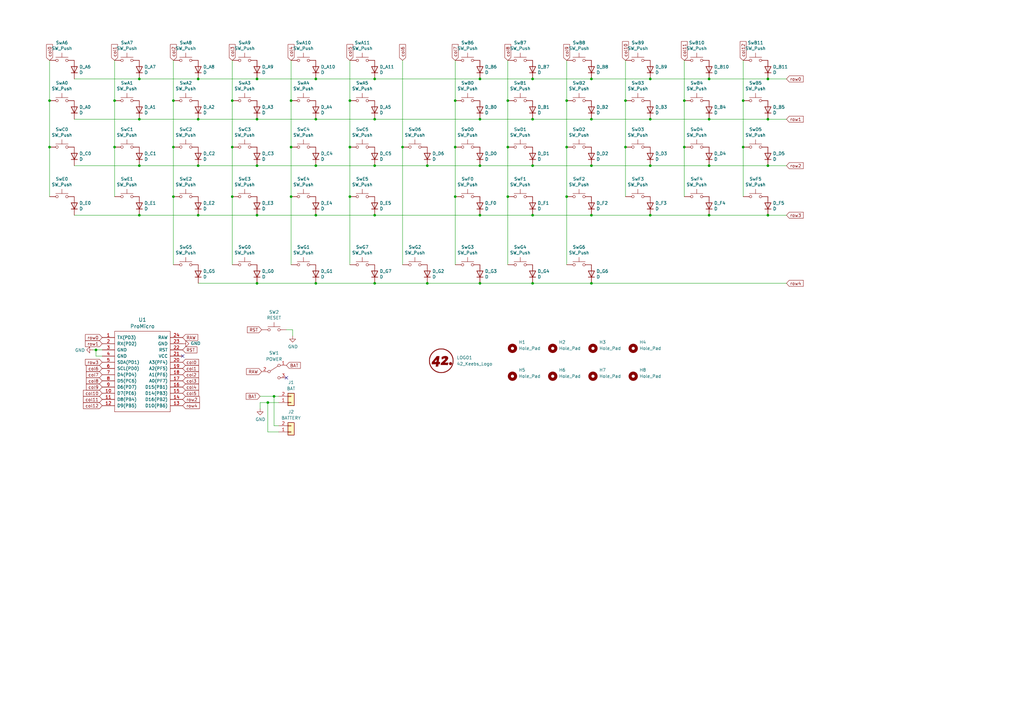
<source format=kicad_sch>
(kicad_sch (version 20211123) (generator eeschema)
  (paper "A3")
  (title_block (title "rev41lp") (date "2021-04-01") (rev "0.2") (company "B_sides"))
  (lib_symbols
    (symbol "42keebs:42_Keebs_Logo" (pin_names (offset 1.016))
      (property "Reference" "LOGO?" (at 0 6.604 0))
      (property "Value" "42_Keebs_Logo" (at 0 -6.858 0))
    )
    (symbol "Connector_Generic:Conn_01x02" (pin_names (offset 1.016) hide)
      (property "Reference" "J" (at 0 2.54 0))
      (property "Value" "Conn_01x02" (at 0 -5.08 0))
      (symbol "Conn_01x02_1_1"
        (pin passive line (at -5.08 0 0) (length 3.81) (name "Pin_1") (number "1"))
        (pin passive line (at -5.08 -2.54 0) (length 3.81) (name "Pin_2") (number "2"))
      )
    )
    (symbol "Device:D" (pin_numbers hide) (pin_names (offset 1.016) hide)
      (property "Reference" "D" (at 0 2.54 0))
      (property "Value" "D" (at 0 -2.54 0))
      (symbol "D_1_1"
        (pin passive line (at -3.81 0 0) (length 2.54) (name "K") (number "1"))
        (pin passive line (at 3.81 0 180) (length 2.54) (name "A") (number "2"))
      )
    )
    (symbol "Lily58_Pro-rescue:ProMicro_2-Lily58-cache" (pin_names (offset 1.016))
      (property "Reference" "U" (at 0 17.78 0))
      (property "Value" "ProMicro_2-Lily58-cache" (at 0 -17.78 0))
      (symbol "ProMicro_2-Lily58-cache_1_1"
        (pin input line (at -16.51 13.97 0) (length 5.08) (name "TX(PD3)") (number "1"))
        (pin input line (at -16.51 -8.89 0) (length 5.08) (name "D7(PE6)") (number "10"))
        (pin input line (at -16.51 -11.43 0) (length 5.08) (name "D8(PB4)") (number "11"))
        (pin input line (at -16.51 -13.97 0) (length 5.08) (name "D9(PB5)") (number "12"))
        (pin input line (at 16.51 -13.97 180) (length 5.08) (name "D10(PB6)") (number "13"))
        (pin input line (at 16.51 -11.43 180) (length 5.08) (name "D16(PB2)") (number "14"))
        (pin input line (at 16.51 -8.89 180) (length 5.08) (name "D14(PB3)") (number "15"))
        (pin input line (at 16.51 -6.35 180) (length 5.08) (name "D15(PB1)") (number "16"))
        (pin input line (at 16.51 -3.81 180) (length 5.08) (name "A0(PF7)") (number "17"))
        (pin input line (at 16.51 -1.27 180) (length 5.08) (name "A1(PF6)") (number "18"))
        (pin input line (at 16.51 1.27 180) (length 5.08) (name "A2(PF5)") (number "19"))
        (pin input line (at -16.51 11.43 0) (length 5.08) (name "RX(PD2)") (number "2"))
        (pin input line (at 16.51 3.81 180) (length 5.08) (name "A3(PF4)") (number "20"))
        (pin input line (at 16.51 6.35 180) (length 5.08) (name "VCC") (number "21"))
        (pin input line (at 16.51 8.89 180) (length 5.08) (name "RST") (number "22"))
        (pin input line (at 16.51 11.43 180) (length 5.08) (name "GND") (number "23"))
        (pin input line (at 16.51 13.97 180) (length 5.08) (name "RAW") (number "24"))
        (pin input line (at -16.51 8.89 0) (length 5.08) (name "GND") (number "3"))
        (pin input line (at -16.51 6.35 0) (length 5.08) (name "GND") (number "4"))
        (pin input line (at -16.51 3.81 0) (length 5.08) (name "SDA(PD1)") (number "5"))
        (pin input line (at -16.51 1.27 0) (length 5.08) (name "SCL(PD0)") (number "6"))
        (pin input line (at -16.51 -1.27 0) (length 5.08) (name "D4(PD4)") (number "7"))
        (pin input line (at -16.51 -3.81 0) (length 5.08) (name "D5(PC6)") (number "8"))
        (pin input line (at -16.51 -6.35 0) (length 5.08) (name "D6(PD7)") (number "9"))
      )
    )
    (symbol "Mechanical:MountingHole" (pin_names (offset 1.016))
      (property "Reference" "H" (at 0 5.08 0))
      (property "Value" "MountingHole" (at 0 3.175 0))
    )
    (symbol "Switch:SW_Push" (pin_numbers hide) (pin_names (offset 1.016) hide)
      (property "Reference" "SW" (at 1.27 2.54 0))
      (property "Value" "SW_Push" (at 0 -1.524 0))
      (symbol "SW_Push_0_1"
        (pin passive line (at -5.08 0 0) (length 2.54) (name "1") (number "1"))
        (pin passive line (at 5.08 0 180) (length 2.54) (name "2") (number "2"))
      )
    )
    (symbol "Switch:SW_SPDT" (pin_names (offset 0) hide)
      (property "Reference" "SW" (at 0 4.318 0))
      (property "Value" "SW_SPDT" (at 0 -5.08 0))
      (symbol "SW_SPDT_1_1"
        (pin passive line (at 5.08 2.54 180) (length 2.54) (name "A") (number "1"))
        (pin passive line (at -5.08 0 0) (length 2.54) (name "B") (number "2"))
        (pin passive line (at 5.08 -2.54 180) (length 2.54) (name "C") (number "3"))
      )
    )
    (symbol "power:GND" (power) (pin_names (offset 0))
      (property "Value" "GND" (at 0 -3.81 0))
      (symbol "GND_1_1"
        (pin power_in line (at 0 0 270) (length 0) hide (name "GND") (number "1"))
      )
    )
  )
  (junction (at 242.57 116.205))
  (junction (at 153.67 48.895))
  (junction (at 119.38 60.325))
  (junction (at 71.12 41.275))
  (junction (at 46.99 41.275))
  (junction (at 81.28 88.265))
  (junction (at 119.38 80.645))
  (junction (at 304.8 60.325))
  (junction (at 314.96 48.895))
  (junction (at 105.41 116.205))
  (junction (at 304.8 41.275))
  (junction (at 105.41 67.945))
  (junction (at 290.83 67.945))
  (junction (at 95.25 80.645))
  (junction (at 186.69 60.325))
  (junction (at 196.85 48.895))
  (junction (at 129.54 32.385))
  (junction (at 218.44 116.205))
  (junction (at 81.28 32.385))
  (junction (at 280.67 41.275))
  (junction (at 242.57 88.265))
  (junction (at 266.7 88.265))
  (junction (at 256.54 41.275))
  (junction (at 266.7 32.385))
  (junction (at 290.83 48.895))
  (junction (at 314.96 32.385))
  (junction (at 129.54 67.945))
  (junction (at 208.28 80.645))
  (junction (at 165.1 60.325))
  (junction (at 129.54 48.895))
  (junction (at 232.41 80.645))
  (junction (at 129.54 116.205))
  (junction (at 196.85 88.265))
  (junction (at 57.15 88.265))
  (junction (at 57.15 48.895))
  (junction (at 105.41 48.895))
  (junction (at 105.41 88.265))
  (junction (at 71.12 80.645))
  (junction (at 153.67 32.385))
  (junction (at 186.69 41.275))
  (junction (at 314.96 88.265))
  (junction (at 143.51 41.275))
  (junction (at 175.26 67.945))
  (junction (at 153.67 116.205))
  (junction (at 208.28 41.275))
  (junction (at 39.37 143.51))
  (junction (at 232.41 41.275))
  (junction (at 256.54 60.325))
  (junction (at 242.57 67.945))
  (junction (at 218.44 32.385))
  (junction (at 208.28 60.325))
  (junction (at 20.32 41.275))
  (junction (at 20.32 60.325))
  (junction (at 196.85 67.945))
  (junction (at 81.28 67.945))
  (junction (at 175.26 116.205))
  (junction (at 186.69 80.645))
  (junction (at 112.395 162.56))
  (junction (at 81.28 48.895))
  (junction (at 196.85 116.205))
  (junction (at 153.67 88.265))
  (junction (at 46.99 60.325))
  (junction (at 57.15 32.385))
  (junction (at 57.15 67.945))
  (junction (at 218.44 88.265))
  (junction (at 153.67 67.945))
  (junction (at 143.51 60.325))
  (junction (at 129.54 88.265))
  (junction (at 232.41 60.325))
  (junction (at 266.7 48.895))
  (junction (at 218.44 48.895))
  (junction (at 266.7 67.945))
  (junction (at 290.83 32.385))
  (junction (at 109.855 165.1))
  (junction (at 290.83 88.265))
  (junction (at 95.25 60.325))
  (junction (at 196.85 32.385))
  (junction (at 143.51 80.645))
  (junction (at 242.57 48.895))
  (junction (at 218.44 67.945))
  (junction (at 242.57 32.385))
  (junction (at 105.41 32.385))
  (junction (at 119.38 41.275))
  (junction (at 95.25 41.275))
  (junction (at 280.67 60.325))
  (junction (at 314.96 67.945))
  (junction (at 71.12 60.325))
  (no_connect (at 74.93 146.05))
  (no_connect (at 117.475 154.94))
  (wire (pts (xy 290.83 48.895) (xy 314.96 48.895)))
  (wire (pts (xy 175.26 67.945) (xy 196.85 67.945)))
  (wire (pts (xy 290.83 88.265) (xy 314.96 88.265)))
  (wire (pts (xy 208.28 60.325) (xy 208.28 80.645)))
  (wire (pts (xy 105.41 48.895) (xy 129.54 48.895)))
  (wire (pts (xy 165.1 60.325) (xy 165.1 108.585)))
  (wire (pts (xy 208.28 24.765) (xy 208.28 41.275)))
  (wire (pts (xy 71.12 60.325) (xy 71.12 80.645)))
  (wire (pts (xy 105.41 88.265) (xy 129.54 88.265)))
  (wire (pts (xy 186.69 60.325) (xy 186.69 80.645)))
  (wire (pts (xy 153.67 116.205) (xy 175.26 116.205)))
  (wire (pts (xy 290.83 67.945) (xy 314.96 67.945)))
  (wire (pts (xy 153.67 48.895) (xy 196.85 48.895)))
  (wire (pts (xy 196.85 67.945) (xy 218.44 67.945)))
  (wire (pts (xy 95.25 24.765) (xy 95.25 41.275)))
  (wire (pts (xy 46.99 60.325) (xy 46.99 80.645)))
  (wire (pts (xy 242.57 116.205) (xy 322.58 116.205)))
  (wire (pts (xy 143.51 41.275) (xy 143.51 60.325)))
  (wire (pts (xy 119.38 60.325) (xy 119.38 80.645)))
  (wire (pts (xy 129.54 116.205) (xy 153.67 116.205)))
  (wire (pts (xy 71.12 80.645) (xy 71.12 108.585)))
  (wire (pts (xy 30.48 88.265) (xy 57.15 88.265)))
  (wire (pts (xy 119.38 80.645) (xy 119.38 108.585)))
  (wire (pts (xy 304.8 24.765) (xy 304.8 41.275)))
  (wire (pts (xy 30.48 32.385) (xy 57.15 32.385)))
  (wire (pts (xy 242.57 48.895) (xy 266.7 48.895)))
  (wire (pts (xy 143.51 60.325) (xy 143.51 80.645)))
  (wire (pts (xy 153.67 67.945) (xy 175.26 67.945)))
  (wire (pts (xy 218.44 116.205) (xy 242.57 116.205)))
  (wire (pts (xy 280.67 41.275) (xy 280.67 60.325)))
  (wire (pts (xy 232.41 24.765) (xy 232.41 41.275)))
  (wire (pts (xy 129.54 48.895) (xy 153.67 48.895)))
  (wire (pts (xy 20.32 24.765) (xy 20.32 41.275)))
  (wire (pts (xy 304.8 41.275) (xy 304.8 60.325)))
  (wire (pts (xy 218.44 88.265) (xy 242.57 88.265)))
  (wire (pts (xy 109.855 165.1) (xy 109.855 177.165)))
  (wire (pts (xy 120.015 135.255) (xy 120.015 137.795)))
  (wire (pts (xy 280.67 60.325) (xy 280.67 80.645)))
  (wire (pts (xy 95.25 80.645) (xy 95.25 108.585)))
  (wire (pts (xy 81.28 88.265) (xy 105.41 88.265)))
  (wire (pts (xy 39.37 146.05) (xy 39.37 143.51)))
  (wire (pts (xy 20.32 60.325) (xy 20.32 80.645)))
  (wire (pts (xy 81.28 67.945) (xy 105.41 67.945)))
  (wire (pts (xy 143.51 24.765) (xy 143.51 41.275)))
  (wire (pts (xy 41.91 146.05) (xy 39.37 146.05)))
  (wire (pts (xy 81.28 116.205) (xy 105.41 116.205)))
  (wire (pts (xy 105.41 32.385) (xy 129.54 32.385)))
  (wire (pts (xy 242.57 88.265) (xy 266.7 88.265)))
  (wire (pts (xy 114.3 177.165) (xy 109.855 177.165)))
  (wire (pts (xy 105.41 116.205) (xy 129.54 116.205)))
  (wire (pts (xy 196.85 32.385) (xy 218.44 32.385)))
  (wire (pts (xy 30.48 67.945) (xy 57.15 67.945)))
  (wire (pts (xy 57.15 67.945) (xy 81.28 67.945)))
  (wire (pts (xy 232.41 41.275) (xy 232.41 60.325)))
  (wire (pts (xy 117.475 135.255) (xy 120.015 135.255)))
  (wire (pts (xy 314.96 48.895) (xy 322.58 48.895)))
  (wire (pts (xy 266.7 32.385) (xy 290.83 32.385)))
  (wire (pts (xy 46.99 24.765) (xy 46.99 41.275)))
  (wire (pts (xy 256.54 60.325) (xy 256.54 80.645)))
  (wire (pts (xy 112.395 162.56) (xy 112.395 174.625)))
  (wire (pts (xy 304.8 60.325) (xy 304.8 80.645)))
  (wire (pts (xy 119.38 41.275) (xy 119.38 60.325)))
  (wire (pts (xy 266.7 67.945) (xy 290.83 67.945)))
  (wire (pts (xy 266.7 88.265) (xy 290.83 88.265)))
  (wire (pts (xy 20.32 41.275) (xy 20.32 60.325)))
  (wire (pts (xy 242.57 67.945) (xy 266.7 67.945)))
  (wire (pts (xy 218.44 32.385) (xy 242.57 32.385)))
  (wire (pts (xy 39.37 143.51) (xy 38.1 143.51)))
  (wire (pts (xy 95.25 41.275) (xy 95.25 60.325)))
  (wire (pts (xy 30.48 48.895) (xy 57.15 48.895)))
  (wire (pts (xy 106.68 167.64) (xy 106.68 165.1)))
  (wire (pts (xy 232.41 80.645) (xy 232.41 108.585)))
  (wire (pts (xy 165.1 24.765) (xy 165.1 60.325)))
  (wire (pts (xy 186.69 41.275) (xy 186.69 60.325)))
  (wire (pts (xy 196.85 88.265) (xy 218.44 88.265)))
  (wire (pts (xy 175.26 116.205) (xy 196.85 116.205)))
  (wire (pts (xy 57.15 88.265) (xy 81.28 88.265)))
  (wire (pts (xy 186.69 24.765) (xy 186.69 41.275)))
  (wire (pts (xy 71.12 24.765) (xy 71.12 41.275)))
  (wire (pts (xy 208.28 80.645) (xy 208.28 108.585)))
  (wire (pts (xy 129.54 67.945) (xy 153.67 67.945)))
  (wire (pts (xy 81.28 32.385) (xy 105.41 32.385)))
  (wire (pts (xy 114.3 174.625) (xy 112.395 174.625)))
  (wire (pts (xy 106.68 165.1) (xy 109.855 165.1)))
  (wire (pts (xy 196.85 116.205) (xy 218.44 116.205)))
  (wire (pts (xy 266.7 48.895) (xy 290.83 48.895)))
  (wire (pts (xy 106.68 162.56) (xy 112.395 162.56)))
  (wire (pts (xy 208.28 41.275) (xy 208.28 60.325)))
  (wire (pts (xy 314.96 32.385) (xy 322.58 32.385)))
  (wire (pts (xy 95.25 60.325) (xy 95.25 80.645)))
  (wire (pts (xy 196.85 48.895) (xy 218.44 48.895)))
  (wire (pts (xy 109.855 165.1) (xy 114.3 165.1)))
  (wire (pts (xy 119.38 24.765) (xy 119.38 41.275)))
  (wire (pts (xy 186.69 80.645) (xy 186.69 108.585)))
  (wire (pts (xy 129.54 88.265) (xy 153.67 88.265)))
  (wire (pts (xy 81.28 48.895) (xy 105.41 48.895)))
  (wire (pts (xy 71.12 41.275) (xy 71.12 60.325)))
  (wire (pts (xy 129.54 32.385) (xy 153.67 32.385)))
  (wire (pts (xy 143.51 80.645) (xy 143.51 108.585)))
  (wire (pts (xy 242.57 32.385) (xy 266.7 32.385)))
  (wire (pts (xy 57.15 32.385) (xy 81.28 32.385)))
  (wire (pts (xy 218.44 67.945) (xy 242.57 67.945)))
  (wire (pts (xy 153.67 32.385) (xy 196.85 32.385)))
  (wire (pts (xy 256.54 24.765) (xy 256.54 41.275)))
  (wire (pts (xy 280.67 24.765) (xy 280.67 41.275)))
  (wire (pts (xy 314.96 67.945) (xy 322.58 67.945)))
  (wire (pts (xy 57.15 48.895) (xy 81.28 48.895)))
  (wire (pts (xy 41.91 143.51) (xy 39.37 143.51)))
  (wire (pts (xy 232.41 60.325) (xy 232.41 80.645)))
  (wire (pts (xy 218.44 48.895) (xy 242.57 48.895)))
  (wire (pts (xy 290.83 32.385) (xy 314.96 32.385)))
  (wire (pts (xy 153.67 88.265) (xy 196.85 88.265)))
  (wire (pts (xy 112.395 162.56) (xy 114.3 162.56)))
  (wire (pts (xy 256.54 41.275) (xy 256.54 60.325)))
  (wire (pts (xy 46.99 41.275) (xy 46.99 60.325)))
  (wire (pts (xy 105.41 67.945) (xy 129.54 67.945)))
  (wire (pts (xy 314.96 88.265) (xy 322.58 88.265)))
  (global_label "col0" (shape input) (at 74.93 148.59 0) (property "Intersheet References" "${INTERSHEET_REFS}" (effects hide)))
  (global_label "col2" (shape input) (at 74.93 153.67 0) (property "Intersheet References" "${INTERSHEET_REFS}" (effects hide)))
  (global_label "row1" (shape input) (at 322.5799 48.895 0) (property "Intersheet References" "${INTERSHEET_REFS}" (effects hide)))
  (global_label "col8" (shape input) (at 41.91 156.21 180) (property "Intersheet References" "${INTERSHEET_REFS}" (effects hide)))
  (global_label "col4" (shape input) (at 74.93 158.75 0) (property "Intersheet References" "${INTERSHEET_REFS}" (effects hide)))
  (global_label "col10" (shape input) (at 256.54 24.765 90) (property "Intersheet References" "${INTERSHEET_REFS}" (effects hide)))
  (global_label "col3" (shape input) (at 74.93 156.21 0) (property "Intersheet References" "${INTERSHEET_REFS}" (effects hide)))
  (global_label "col8" (shape input) (at 208.28 24.765 90) (property "Intersheet References" "${INTERSHEET_REFS}" (effects hide)))
  (global_label "row0" (shape input) (at 41.91 138.43 180) (property "Intersheet References" "${INTERSHEET_REFS}" (effects hide)))
  (global_label "row4" (shape input) (at 74.93 166.37 0) (property "Intersheet References" "${INTERSHEET_REFS}" (effects hide)))
  (global_label "col1" (shape input) (at 46.99 24.765 90) (property "Intersheet References" "${INTERSHEET_REFS}" (effects hide)))
  (global_label "row3" (shape input) (at 322.58 88.265 0) (property "Intersheet References" "${INTERSHEET_REFS}" (effects hide)))
  (global_label "col9" (shape input) (at 232.41 24.765 90) (property "Intersheet References" "${INTERSHEET_REFS}" (effects hide)))
  (global_label "row3" (shape input) (at 41.91 148.59 180) (property "Intersheet References" "${INTERSHEET_REFS}" (effects hide)))
  (global_label "row2" (shape input) (at 74.93 163.83 0) (property "Intersheet References" "${INTERSHEET_REFS}" (effects hide)))
  (global_label "row1" (shape input) (at 41.91 140.97 180) (property "Intersheet References" "${INTERSHEET_REFS}" (effects hide)))
  (global_label "col4" (shape input) (at 119.38 24.765 90) (property "Intersheet References" "${INTERSHEET_REFS}" (effects hide)))
  (global_label "row2" (shape input) (at 322.58 67.945 0) (property "Intersheet References" "${INTERSHEET_REFS}" (effects hide)))
  (global_label "RAW" (shape input) (at 74.93 138.43 0) (property "Intersheet References" "${INTERSHEET_REFS}" (effects hide)))
  (global_label "col11" (shape input) (at 41.91 163.83 180) (property "Intersheet References" "${INTERSHEET_REFS}" (effects hide)))
  (global_label "col6" (shape input) (at 165.1 24.765 90) (property "Intersheet References" "${INTERSHEET_REFS}" (effects hide)))
  (global_label "col0" (shape input) (at 20.32 24.765 90) (property "Intersheet References" "${INTERSHEET_REFS}" (effects hide)))
  (global_label "BAT" (shape input) (at 117.475 149.86 0) (property "Intersheet References" "${INTERSHEET_REFS}" (effects hide)))
  (global_label "col12" (shape input) (at 304.8 24.765 90) (property "Intersheet References" "${INTERSHEET_REFS}" (effects hide)))
  (global_label "RST" (shape input) (at 74.93 143.51 0) (property "Intersheet References" "${INTERSHEET_REFS}" (effects hide)))
  (global_label "col6" (shape input) (at 41.91 151.13 180) (property "Intersheet References" "${INTERSHEET_REFS}" (effects hide)))
  (global_label "col2" (shape input) (at 71.12 24.765 90) (property "Intersheet References" "${INTERSHEET_REFS}" (effects hide)))
  (global_label "col9" (shape input) (at 41.91 158.75 180) (property "Intersheet References" "${INTERSHEET_REFS}" (effects hide)))
  (global_label "col5" (shape input) (at 74.93 161.29 0) (property "Intersheet References" "${INTERSHEET_REFS}" (effects hide)))
  (global_label "col7" (shape input) (at 186.69 24.765 90) (property "Intersheet References" "${INTERSHEET_REFS}" (effects hide)))
  (global_label "col12" (shape input) (at 41.91 166.37 180) (property "Intersheet References" "${INTERSHEET_REFS}" (effects hide)))
  (global_label "col10" (shape input) (at 41.91 161.29 180) (property "Intersheet References" "${INTERSHEET_REFS}" (effects hide)))
  (global_label "row4" (shape input) (at 322.58 116.205 0) (property "Intersheet References" "${INTERSHEET_REFS}" (effects hide)))
  (global_label "RST" (shape input) (at 107.315 135.255 180) (property "Intersheet References" "${INTERSHEET_REFS}" (effects hide)))
  (global_label "col7" (shape input) (at 41.91 153.67 180) (property "Intersheet References" "${INTERSHEET_REFS}" (effects hide)))
  (global_label "col5" (shape input) (at 143.51 24.765 90) (property "Intersheet References" "${INTERSHEET_REFS}" (effects hide)))
  (global_label "col11" (shape input) (at 280.67 24.765 90) (property "Intersheet References" "${INTERSHEET_REFS}" (effects hide)))
  (global_label "row0" (shape input) (at 322.58 32.385 0) (property "Intersheet References" "${INTERSHEET_REFS}" (effects hide)))
  (global_label "RAW" (shape input) (at 107.315 152.4 180) (property "Intersheet References" "${INTERSHEET_REFS}" (effects hide)))
  (global_label "col1" (shape input) (at 74.93 151.13 0) (property "Intersheet References" "${INTERSHEET_REFS}" (effects hide)))
  (global_label "BAT" (shape input) (at 106.68 162.56 180) (property "Intersheet References" "${INTERSHEET_REFS}" (effects hide)))
  (global_label "col3" (shape input) (at 95.25 24.765 90) (property "Intersheet References" "${INTERSHEET_REFS}" (effects hide)))
  (symbol (lib_id "Lily58_Pro-rescue:ProMicro_2-Lily58-cache") (at 58.42 152.4 0) (unit 1)
    (property "Reference" "U1" (at 58.42 131.1402 0) (effects (font (size 1.524 1.524))))
    (property "Value" "ProMicro" (at 58.42 133.8326 0) (effects (font (size 1.524 1.524))))
    (property "Footprint" "42keebs:ProMicro-USB-C" (effects hide))
  )
  (symbol (lib_id "power:GND") (at 74.93 140.97 90) (unit 1)
    (property "Reference" "#PWR0102" (effects hide))
    (property "Value" "GND" (at 78.1812 140.843 90) (effects (justify right)))
  )
  (symbol (lib_id "power:GND") (at 38.1 143.51 270) (unit 1)
    (property "Reference" "#PWR0103" (effects hide))
    (property "Value" "GND" (at 34.8488 143.637 90) (effects (justify right)))
  )
  (symbol (lib_id "Switch:SW_Push") (at 25.4 41.275 0) (unit 1)
    (property "Reference" "SwA0" (at 25.4 34.036 0))
    (property "Value" "SW_Push" (at 25.4 36.3474 0))
    (property "Footprint" "42keebs:Kailh_socket_PG1350_1u_sw_cap" (effects hide))
  )
  (symbol (lib_id "Device:D") (at 30.48 45.085 90) (unit 1)
    (property "Reference" "D_A0" (at 32.512 43.9166 90) (effects (justify right)))
    (property "Value" "D" (at 32.512 46.228 90) (effects (justify right)))
    (property "Footprint" "42keebs:Diode_SOD123_dual_sided" (effects hide))
  )
  (symbol (lib_id "power:GND") (at 120.015 137.795 0) (unit 1)
    (property "Reference" "#PWR0104" (effects hide))
    (property "Value" "GND" (at 120.142 142.1892 0))
  )
  (symbol (lib_id "Switch:SW_Push") (at 112.395 135.255 0) (unit 1)
    (property "Reference" "SW2" (at 112.395 128.016 0))
    (property "Value" "RESET" (at 112.395 130.3274 0))
    (property "Footprint" "Button_Switch_SMD:SW_SPST_TL3342" (effects hide))
  )
  (symbol (lib_id "Device:D") (at 196.85 45.085 90) (unit 1)
    (property "Reference" "D_B0" (at 198.882 43.9166 90) (effects (justify right)))
    (property "Value" "D" (at 198.882 46.228 90) (effects (justify right)))
    (property "Footprint" "42keebs:Diode_SOD123_dual_sided" (effects hide))
  )
  (symbol (lib_id "Switch:SW_Push") (at 191.77 41.275 0) (unit 1)
    (property "Reference" "SwB0" (at 191.77 34.036 0))
    (property "Value" "SW_Push" (at 191.77 36.3474 0))
    (property "Footprint" "42keebs:Kailh_socket_PG1350_1u_sw_cap" (effects hide))
  )
  (symbol (lib_id "Device:D") (at 57.15 45.085 90) (unit 1)
    (property "Reference" "D_A1" (at 59.182 43.9166 90) (effects (justify right)))
    (property "Value" "D" (at 59.182 46.228 90) (effects (justify right)))
    (property "Footprint" "42keebs:Diode_SOD123_dual_sided" (effects hide))
  )
  (symbol (lib_id "Switch:SW_Push") (at 52.07 41.275 0) (unit 1)
    (property "Reference" "SwA1" (at 52.07 34.036 0))
    (property "Value" "SW_Push" (at 52.07 36.3474 0))
    (property "Footprint" "42keebs:Kailh_socket_PG1350_1u_sw_cap" (effects hide))
  )
  (symbol (lib_id "Device:D") (at 218.44 45.085 90) (unit 1)
    (property "Reference" "D_B1" (at 220.472 43.9166 90) (effects (justify right)))
    (property "Value" "D" (at 220.472 46.228 90) (effects (justify right)))
    (property "Footprint" "42keebs:Diode_SOD123_dual_sided" (effects hide))
  )
  (symbol (lib_id "Switch:SW_Push") (at 213.36 41.275 0) (unit 1)
    (property "Reference" "SwB1" (at 213.36 34.036 0))
    (property "Value" "SW_Push" (at 213.36 36.3474 0))
    (property "Footprint" "42keebs:Kailh_socket_PG1350_1u_sw_cap" (effects hide))
  )
  (symbol (lib_id "Device:D") (at 30.48 64.135 90) (unit 1)
    (property "Reference" "D_C0" (at 32.512 62.9666 90) (effects (justify right)))
    (property "Value" "D" (at 32.512 65.278 90) (effects (justify right)))
    (property "Footprint" "42keebs:Diode_SOD123_dual_sided" (effects hide))
  )
  (symbol (lib_id "Switch:SW_Push") (at 25.4 60.325 0) (unit 1)
    (property "Reference" "SwC0" (at 25.4 53.086 0))
    (property "Value" "SW_Push" (at 25.4 55.3974 0))
    (property "Footprint" "42keebs:Kailh_socket_PG1350_1u_sw_cap" (effects hide))
  )
  (symbol (lib_id "Device:D") (at 196.85 64.135 90) (unit 1)
    (property "Reference" "D_D0" (at 198.882 62.9666 90) (effects (justify right)))
    (property "Value" "D" (at 198.882 65.278 90) (effects (justify right)))
    (property "Footprint" "42keebs:Diode_SOD123_dual_sided" (effects hide))
  )
  (symbol (lib_id "Switch:SW_Push") (at 191.77 60.325 0) (unit 1)
    (property "Reference" "SwD0" (at 191.77 53.086 0))
    (property "Value" "SW_Push" (at 191.77 55.3974 0))
    (property "Footprint" "42keebs:Kailh_socket_PG1350_1u_sw_cap" (effects hide))
  )
  (symbol (lib_id "Device:D") (at 57.15 64.135 90) (unit 1)
    (property "Reference" "D_C1" (at 59.182 62.9666 90) (effects (justify right)))
    (property "Value" "D" (at 59.182 65.278 90) (effects (justify right)))
    (property "Footprint" "42keebs:Diode_SOD123_dual_sided" (effects hide))
  )
  (symbol (lib_id "Switch:SW_Push") (at 52.07 60.325 0) (unit 1)
    (property "Reference" "SwC1" (at 52.07 53.086 0))
    (property "Value" "SW_Push" (at 52.07 55.3974 0))
    (property "Footprint" "42keebs:Kailh_socket_PG1350_1u_sw_cap" (effects hide))
  )
  (symbol (lib_id "Device:D") (at 218.44 64.135 90) (unit 1)
    (property "Reference" "D_D1" (at 220.472 62.9666 90) (effects (justify right)))
    (property "Value" "D" (at 220.472 65.278 90) (effects (justify right)))
    (property "Footprint" "42keebs:Diode_SOD123_dual_sided" (effects hide))
  )
  (symbol (lib_id "Switch:SW_Push") (at 213.36 60.325 0) (unit 1)
    (property "Reference" "SwD1" (at 213.36 53.086 0))
    (property "Value" "SW_Push" (at 213.36 55.3974 0))
    (property "Footprint" "42keebs:Kailh_socket_PG1350_1u_sw_cap_home" (effects hide))
  )
  (symbol (lib_id "Device:D") (at 30.48 84.455 90) (unit 1)
    (property "Reference" "D_E0" (at 32.512 83.2866 90) (effects (justify right)))
    (property "Value" "D" (at 32.512 85.598 90) (effects (justify right)))
    (property "Footprint" "42keebs:Diode_SOD123_dual_sided" (effects hide))
  )
  (symbol (lib_id "Switch:SW_Push") (at 25.4 80.645 0) (unit 1)
    (property "Reference" "SwE0" (at 25.4 73.406 0))
    (property "Value" "SW_Push" (at 25.4 75.7174 0))
    (property "Footprint" "42keebs:Kailh_socket_PG1350_1u_sw_cap" (effects hide))
  )
  (symbol (lib_id "Device:D") (at 196.85 84.455 90) (unit 1)
    (property "Reference" "D_F0" (at 198.882 83.2866 90) (effects (justify right)))
    (property "Value" "D" (at 198.882 85.598 90) (effects (justify right)))
    (property "Footprint" "42keebs:Diode_SOD123_dual_sided" (effects hide))
  )
  (symbol (lib_id "Switch:SW_Push") (at 191.77 80.645 0) (unit 1)
    (property "Reference" "SwF0" (at 191.77 73.406 0))
    (property "Value" "SW_Push" (at 191.77 75.7174 0))
    (property "Footprint" "42keebs:Kailh_socket_PG1350_1u_sw_cap" (effects hide))
  )
  (symbol (lib_id "Device:D") (at 57.15 84.455 90) (unit 1)
    (property "Reference" "D_E1" (at 59.182 83.2866 90) (effects (justify right)))
    (property "Value" "D" (at 59.182 85.598 90) (effects (justify right)))
    (property "Footprint" "42keebs:Diode_SOD123_dual_sided" (effects hide))
  )
  (symbol (lib_id "Switch:SW_Push") (at 52.07 80.645 0) (unit 1)
    (property "Reference" "SwE1" (at 52.07 73.406 0))
    (property "Value" "SW_Push" (at 52.07 75.7174 0))
    (property "Footprint" "42keebs:Kailh_socket_PG1350_1u_sw_cap" (effects hide))
  )
  (symbol (lib_id "Device:D") (at 218.44 84.455 90) (unit 1)
    (property "Reference" "D_F1" (at 220.472 83.2866 90) (effects (justify right)))
    (property "Value" "D" (at 220.472 85.598 90) (effects (justify right)))
    (property "Footprint" "42keebs:Diode_SOD123_dual_sided" (effects hide))
  )
  (symbol (lib_id "Switch:SW_Push") (at 213.36 80.645 0) (unit 1)
    (property "Reference" "SwF1" (at 213.36 73.406 0))
    (property "Value" "SW_Push" (at 213.36 75.7174 0))
    (property "Footprint" "42keebs:Kailh_socket_PG1350_1u_sw_cap" (effects hide))
  )
  (symbol (lib_id "Device:D") (at 196.85 112.395 90) (unit 1)
    (property "Reference" "D_G3" (at 198.882 111.2266 90) (effects (justify right)))
    (property "Value" "D" (at 198.882 113.538 90) (effects (justify right)))
    (property "Footprint" "42keebs:Diode_SOD123_dual_sided" (effects hide))
  )
  (symbol (lib_id "Switch:SW_Push") (at 191.77 108.585 0) (unit 1)
    (property "Reference" "SwG3" (at 191.77 101.346 0))
    (property "Value" "SW_Push" (at 191.77 103.6574 0))
    (property "Footprint" "42keebs:Kailh_socket_PG1350_1u_sw_cap" (effects hide))
  )
  (symbol (lib_id "Device:D") (at 218.44 112.395 90) (unit 1)
    (property "Reference" "D_G4" (at 220.472 111.2266 90) (effects (justify right)))
    (property "Value" "D" (at 220.472 113.538 90) (effects (justify right)))
    (property "Footprint" "42keebs:Diode_SOD123_dual_sided" (effects hide))
  )
  (symbol (lib_id "Switch:SW_Push") (at 213.36 108.585 0) (unit 1)
    (property "Reference" "SwG4" (at 213.36 101.346 0))
    (property "Value" "SW_Push" (at 213.36 103.6574 0))
    (property "Footprint" "42keebs:Kailh_socket_PG1350_1u_sw_cap" (effects hide))
  )
  (symbol (lib_id "Device:D") (at 81.28 45.085 90) (unit 1)
    (property "Reference" "D_A2" (at 83.312 43.9166 90) (effects (justify right)))
    (property "Value" "D" (at 83.312 46.228 90) (effects (justify right)))
    (property "Footprint" "42keebs:Diode_SOD123_dual_sided" (effects hide))
  )
  (symbol (lib_id "Switch:SW_Push") (at 76.2 41.275 0) (unit 1)
    (property "Reference" "SwA2" (at 76.2 34.036 0))
    (property "Value" "SW_Push" (at 76.2 36.3474 0))
    (property "Footprint" "42keebs:Kailh_socket_PG1350_1u_sw_cap" (effects hide))
  )
  (symbol (lib_id "Device:D") (at 242.57 45.085 90) (unit 1)
    (property "Reference" "D_B2" (at 244.602 43.9166 90) (effects (justify right)))
    (property "Value" "D" (at 244.602 46.228 90) (effects (justify right)))
    (property "Footprint" "42keebs:Diode_SOD123_dual_sided" (effects hide))
  )
  (symbol (lib_id "Switch:SW_Push") (at 237.49 41.275 0) (unit 1)
    (property "Reference" "SwB2" (at 237.49 34.036 0))
    (property "Value" "SW_Push" (at 237.49 36.3474 0))
    (property "Footprint" "42keebs:Kailh_socket_PG1350_1u_sw_cap" (effects hide))
  )
  (symbol (lib_id "Device:D") (at 81.28 64.135 90) (unit 1)
    (property "Reference" "D_C2" (at 83.312 62.9666 90) (effects (justify right)))
    (property "Value" "D" (at 83.312 65.278 90) (effects (justify right)))
    (property "Footprint" "42keebs:Diode_SOD123_dual_sided" (effects hide))
  )
  (symbol (lib_id "Switch:SW_Push") (at 76.2 60.325 0) (unit 1)
    (property "Reference" "SwC2" (at 76.2 53.086 0))
    (property "Value" "SW_Push" (at 76.2 55.3974 0))
    (property "Footprint" "42keebs:Kailh_socket_PG1350_1u_sw_cap" (effects hide))
  )
  (symbol (lib_id "Device:D") (at 242.57 64.135 90) (unit 1)
    (property "Reference" "D_D2" (at 244.602 62.9666 90) (effects (justify right)))
    (property "Value" "D" (at 244.602 65.278 90) (effects (justify right)))
    (property "Footprint" "42keebs:Diode_SOD123_dual_sided" (effects hide))
  )
  (symbol (lib_id "Switch:SW_Push") (at 237.49 60.325 0) (unit 1)
    (property "Reference" "SwD2" (at 237.49 53.086 0))
    (property "Value" "SW_Push" (at 237.49 55.3974 0))
    (property "Footprint" "42keebs:Kailh_socket_PG1350_1u_sw_cap" (effects hide))
  )
  (symbol (lib_id "Device:D") (at 81.28 84.455 90) (unit 1)
    (property "Reference" "D_E2" (at 83.312 83.2866 90) (effects (justify right)))
    (property "Value" "D" (at 83.312 85.598 90) (effects (justify right)))
    (property "Footprint" "42keebs:Diode_SOD123_dual_sided" (effects hide))
  )
  (symbol (lib_id "Switch:SW_Push") (at 76.2 80.645 0) (unit 1)
    (property "Reference" "SwE2" (at 76.2 73.406 0))
    (property "Value" "SW_Push" (at 76.2 75.7174 0))
    (property "Footprint" "42keebs:Kailh_socket_PG1350_1u_sw_cap" (effects hide))
  )
  (symbol (lib_id "Device:D") (at 242.57 84.455 90) (unit 1)
    (property "Reference" "D_F2" (at 244.602 83.2866 90) (effects (justify right)))
    (property "Value" "D" (at 244.602 85.598 90) (effects (justify right)))
    (property "Footprint" "42keebs:Diode_SOD123_dual_sided" (effects hide))
  )
  (symbol (lib_id "Switch:SW_Push") (at 237.49 80.645 0) (unit 1)
    (property "Reference" "SwF2" (at 237.49 73.406 0))
    (property "Value" "SW_Push" (at 237.49 75.7174 0))
    (property "Footprint" "42keebs:Kailh_socket_PG1350_1u_sw_cap" (effects hide))
  )
  (symbol (lib_id "Device:D") (at 105.41 45.085 90) (unit 1)
    (property "Reference" "D_A3" (at 107.442 43.9166 90) (effects (justify right)))
    (property "Value" "D" (at 107.442 46.228 90) (effects (justify right)))
    (property "Footprint" "42keebs:Diode_SOD123_dual_sided" (effects hide))
  )
  (symbol (lib_id "Switch:SW_Push") (at 100.33 41.275 0) (unit 1)
    (property "Reference" "SwA3" (at 100.33 34.036 0))
    (property "Value" "SW_Push" (at 100.33 36.3474 0))
    (property "Footprint" "42keebs:Kailh_socket_PG1350_1u_sw_cap" (effects hide))
  )
  (symbol (lib_id "Device:D") (at 266.7 45.085 90) (unit 1)
    (property "Reference" "D_B3" (at 268.732 43.9166 90) (effects (justify right)))
    (property "Value" "D" (at 268.732 46.228 90) (effects (justify right)))
    (property "Footprint" "42keebs:Diode_SOD123_dual_sided" (effects hide))
  )
  (symbol (lib_id "Switch:SW_Push") (at 261.62 41.275 0) (unit 1)
    (property "Reference" "SwB3" (at 261.62 34.036 0))
    (property "Value" "SW_Push" (at 261.62 36.3474 0))
    (property "Footprint" "42keebs:Kailh_socket_PG1350_1u_sw_cap" (effects hide))
  )
  (symbol (lib_id "Device:D") (at 105.41 64.135 90) (unit 1)
    (property "Reference" "D_C3" (at 107.442 62.9666 90) (effects (justify right)))
    (property "Value" "D" (at 107.442 65.278 90) (effects (justify right)))
    (property "Footprint" "42keebs:Diode_SOD123_dual_sided" (effects hide))
  )
  (symbol (lib_id "Switch:SW_Push") (at 100.33 60.325 0) (unit 1)
    (property "Reference" "SwC3" (at 100.33 53.086 0))
    (property "Value" "SW_Push" (at 100.33 55.3974 0))
    (property "Footprint" "42keebs:Kailh_socket_PG1350_1u_sw_cap" (effects hide))
  )
  (symbol (lib_id "Device:D") (at 266.7 64.135 90) (unit 1)
    (property "Reference" "D_D3" (at 268.732 62.9666 90) (effects (justify right)))
    (property "Value" "D" (at 268.732 65.278 90) (effects (justify right)))
    (property "Footprint" "42keebs:Diode_SOD123_dual_sided" (effects hide))
  )
  (symbol (lib_id "Switch:SW_Push") (at 261.62 60.325 0) (unit 1)
    (property "Reference" "SwD3" (at 261.62 53.086 0))
    (property "Value" "SW_Push" (at 261.62 55.3974 0))
    (property "Footprint" "42keebs:Kailh_socket_PG1350_1u_sw_cap" (effects hide))
  )
  (symbol (lib_id "Device:D") (at 105.41 84.455 90) (unit 1)
    (property "Reference" "D_E3" (at 107.442 83.2866 90) (effects (justify right)))
    (property "Value" "D" (at 107.442 85.598 90) (effects (justify right)))
    (property "Footprint" "42keebs:Diode_SOD123_dual_sided" (effects hide))
  )
  (symbol (lib_id "Switch:SW_Push") (at 100.33 80.645 0) (unit 1)
    (property "Reference" "SwE3" (at 100.33 73.406 0))
    (property "Value" "SW_Push" (at 100.33 75.7174 0))
    (property "Footprint" "42keebs:Kailh_socket_PG1350_1u_sw_cap" (effects hide))
  )
  (symbol (lib_id "Device:D") (at 266.7 84.455 90) (unit 1)
    (property "Reference" "D_F3" (at 268.732 83.2866 90) (effects (justify right)))
    (property "Value" "D" (at 268.732 85.598 90) (effects (justify right)))
    (property "Footprint" "42keebs:Diode_SOD123_dual_sided" (effects hide))
  )
  (symbol (lib_id "Switch:SW_Push") (at 261.62 80.645 0) (unit 1)
    (property "Reference" "SwF3" (at 261.62 73.406 0))
    (property "Value" "SW_Push" (at 261.62 75.7174 0))
    (property "Footprint" "42keebs:Kailh_socket_PG1350_1u_sw_cap" (effects hide))
  )
  (symbol (lib_id "Device:D") (at 129.54 45.085 90) (unit 1)
    (property "Reference" "D_A4" (at 131.572 43.9166 90) (effects (justify right)))
    (property "Value" "D" (at 131.572 46.228 90) (effects (justify right)))
    (property "Footprint" "42keebs:Diode_SOD123_dual_sided" (effects hide))
  )
  (symbol (lib_id "Switch:SW_Push") (at 124.46 41.275 0) (unit 1)
    (property "Reference" "SwA4" (at 124.46 34.036 0))
    (property "Value" "SW_Push" (at 124.46 36.3474 0))
    (property "Footprint" "42keebs:Kailh_socket_PG1350_1u_sw_cap" (effects hide))
  )
  (symbol (lib_id "Device:D") (at 290.83 45.085 90) (unit 1)
    (property "Reference" "D_B4" (at 292.862 43.9166 90) (effects (justify right)))
    (property "Value" "D" (at 292.862 46.228 90) (effects (justify right)))
    (property "Footprint" "42keebs:Diode_SOD123_dual_sided" (effects hide))
  )
  (symbol (lib_id "Switch:SW_Push") (at 285.75 41.275 0) (unit 1)
    (property "Reference" "SwB4" (at 285.75 34.036 0))
    (property "Value" "SW_Push" (at 285.75 36.3474 0))
    (property "Footprint" "42keebs:Kailh_socket_PG1350_1u_sw_cap" (effects hide))
  )
  (symbol (lib_id "Device:D") (at 129.54 64.135 90) (unit 1)
    (property "Reference" "D_C4" (at 131.572 62.9666 90) (effects (justify right)))
    (property "Value" "D" (at 131.572 65.278 90) (effects (justify right)))
    (property "Footprint" "42keebs:Diode_SOD123_dual_sided" (effects hide))
  )
  (symbol (lib_id "Switch:SW_Push") (at 124.46 60.325 0) (unit 1)
    (property "Reference" "SwC4" (at 124.46 53.086 0))
    (property "Value" "SW_Push" (at 124.46 55.3974 0))
    (property "Footprint" "42keebs:Kailh_socket_PG1350_1u_sw_cap_home" (effects hide))
  )
  (symbol (lib_id "Device:D") (at 290.83 64.135 90) (unit 1)
    (property "Reference" "D_D4" (at 292.862 62.9666 90) (effects (justify right)))
    (property "Value" "D" (at 292.862 65.278 90) (effects (justify right)))
    (property "Footprint" "42keebs:Diode_SOD123_dual_sided" (effects hide))
  )
  (symbol (lib_id "Switch:SW_Push") (at 285.75 60.325 0) (unit 1)
    (property "Reference" "SwD4" (at 285.75 53.086 0))
    (property "Value" "SW_Push" (at 285.75 55.3974 0))
    (property "Footprint" "42keebs:Kailh_socket_PG1350_1u_sw_cap" (effects hide))
  )
  (symbol (lib_id "Device:D") (at 129.54 84.455 90) (unit 1)
    (property "Reference" "D_E4" (at 131.572 83.2866 90) (effects (justify right)))
    (property "Value" "D" (at 131.572 85.598 90) (effects (justify right)))
    (property "Footprint" "42keebs:Diode_SOD123_dual_sided" (effects hide))
  )
  (symbol (lib_id "Switch:SW_Push") (at 124.46 80.645 0) (unit 1)
    (property "Reference" "SwE4" (at 124.46 73.406 0))
    (property "Value" "SW_Push" (at 124.46 75.7174 0))
    (property "Footprint" "42keebs:Kailh_socket_PG1350_1u_sw_cap" (effects hide))
  )
  (symbol (lib_id "Device:D") (at 290.83 84.455 90) (unit 1)
    (property "Reference" "D_F4" (at 292.862 83.2866 90) (effects (justify right)))
    (property "Value" "D" (at 292.862 85.598 90) (effects (justify right)))
    (property "Footprint" "42keebs:Diode_SOD123_dual_sided" (effects hide))
  )
  (symbol (lib_id "Switch:SW_Push") (at 285.75 80.645 0) (unit 1)
    (property "Reference" "SwF4" (at 285.75 73.406 0))
    (property "Value" "SW_Push" (at 285.75 75.7174 0))
    (property "Footprint" "42keebs:Kailh_socket_PG1350_1u_sw_cap" (effects hide))
  )
  (symbol (lib_id "Device:D") (at 153.67 45.085 90) (unit 1)
    (property "Reference" "D_A5" (at 155.702 43.9166 90) (effects (justify right)))
    (property "Value" "D" (at 155.702 46.228 90) (effects (justify right)))
    (property "Footprint" "42keebs:Diode_SOD123_dual_sided" (effects hide))
  )
  (symbol (lib_id "Switch:SW_Push") (at 148.59 41.275 0) (unit 1)
    (property "Reference" "SwA5" (at 148.59 34.036 0))
    (property "Value" "SW_Push" (at 148.59 36.3474 0))
    (property "Footprint" "42keebs:Kailh_socket_PG1350_1u_sw_cap" (effects hide))
  )
  (symbol (lib_id "Device:D") (at 314.96 45.085 90) (unit 1)
    (property "Reference" "D_B5" (at 316.992 43.9166 90) (effects (justify right)))
    (property "Value" "D" (at 316.992 46.228 90) (effects (justify right)))
    (property "Footprint" "42keebs:Diode_SOD123_dual_sided" (effects hide))
  )
  (symbol (lib_id "Switch:SW_Push") (at 309.88 41.275 0) (unit 1)
    (property "Reference" "SwB5" (at 309.88 34.036 0))
    (property "Value" "SW_Push" (at 309.88 36.3474 0))
    (property "Footprint" "42keebs:Kailh_socket_PG1350_1u_sw_cap" (effects hide))
  )
  (symbol (lib_id "Device:D") (at 153.67 64.135 90) (unit 1)
    (property "Reference" "D_C5" (at 155.702 62.9666 90) (effects (justify right)))
    (property "Value" "D" (at 155.702 65.278 90) (effects (justify right)))
    (property "Footprint" "42keebs:Diode_SOD123_dual_sided" (effects hide))
  )
  (symbol (lib_id "Switch:SW_Push") (at 148.59 60.325 0) (unit 1)
    (property "Reference" "SwC5" (at 148.59 53.086 0))
    (property "Value" "SW_Push" (at 148.59 55.3974 0))
    (property "Footprint" "42keebs:Kailh_socket_PG1350_1u_sw_cap" (effects hide))
  )
  (symbol (lib_id "Device:D") (at 314.96 64.135 90) (unit 1)
    (property "Reference" "D_D5" (at 316.992 62.9666 90) (effects (justify right)))
    (property "Value" "D" (at 316.992 65.278 90) (effects (justify right)))
    (property "Footprint" "42keebs:Diode_SOD123_dual_sided" (effects hide))
  )
  (symbol (lib_id "Switch:SW_Push") (at 309.88 60.325 0) (unit 1)
    (property "Reference" "SwD5" (at 309.88 53.086 0))
    (property "Value" "SW_Push" (at 309.88 55.3974 0))
    (property "Footprint" "42keebs:Kailh_socket_PG1350_1u_sw_cap" (effects hide))
  )
  (symbol (lib_id "Device:D") (at 153.67 84.455 90) (unit 1)
    (property "Reference" "D_E5" (at 155.702 83.2866 90) (effects (justify right)))
    (property "Value" "D" (at 155.702 85.598 90) (effects (justify right)))
    (property "Footprint" "42keebs:Diode_SOD123_dual_sided" (effects hide))
  )
  (symbol (lib_id "Switch:SW_Push") (at 148.59 80.645 0) (unit 1)
    (property "Reference" "SwE5" (at 148.59 73.406 0))
    (property "Value" "SW_Push" (at 148.59 75.7174 0))
    (property "Footprint" "42keebs:Kailh_socket_PG1350_1u_sw_cap" (effects hide))
  )
  (symbol (lib_id "Device:D") (at 314.96 84.455 90) (unit 1)
    (property "Reference" "D_F5" (at 316.992 83.2866 90) (effects (justify right)))
    (property "Value" "D" (at 316.992 85.598 90) (effects (justify right)))
    (property "Footprint" "42keebs:Diode_SOD123_dual_sided" (effects hide))
  )
  (symbol (lib_id "Switch:SW_Push") (at 309.88 80.645 0) (unit 1)
    (property "Reference" "SwF5" (at 309.88 73.406 0))
    (property "Value" "SW_Push" (at 309.88 75.7174 0))
    (property "Footprint" "42keebs:Kailh_socket_PG1350_1u_sw_cap" (effects hide))
  )
  (symbol (lib_id "Device:D") (at 105.41 112.395 90) (unit 1)
    (property "Reference" "D_G0" (at 107.442 111.2266 90) (effects (justify right)))
    (property "Value" "D" (at 107.442 113.538 90) (effects (justify right)))
    (property "Footprint" "42keebs:Diode_SOD123_dual_sided" (effects hide))
  )
  (symbol (lib_id "Switch:SW_Push") (at 100.33 108.585 0) (unit 1)
    (property "Reference" "SwG0" (at 100.33 101.346 0))
    (property "Value" "SW_Push" (at 100.33 103.6574 0))
    (property "Footprint" "42keebs:Kailh_socket_PG1350_1u_sw_cap" (effects hide))
  )
  (symbol (lib_id "Device:D") (at 129.54 112.395 90) (unit 1)
    (property "Reference" "D_G1" (at 131.572 111.2266 90) (effects (justify right)))
    (property "Value" "D" (at 131.572 113.538 90) (effects (justify right)))
    (property "Footprint" "42keebs:Diode_SOD123_dual_sided" (effects hide))
  )
  (symbol (lib_id "Switch:SW_Push") (at 124.46 108.585 0) (unit 1)
    (property "Reference" "SwG1" (at 124.46 101.346 0))
    (property "Value" "SW_Push" (at 124.46 103.6574 0))
    (property "Footprint" "42keebs:Kailh_socket_PG1350_1u_sw_cap" (effects hide))
  )
  (symbol (lib_id "Device:D") (at 175.26 112.395 90) (unit 1)
    (property "Reference" "D_G2" (at 177.292 111.2266 90) (effects (justify right)))
    (property "Value" "D" (at 177.292 113.538 90) (effects (justify right)))
    (property "Footprint" "42keebs:Diode_SOD123_dual_sided" (effects hide))
  )
  (symbol (lib_id "Switch:SW_Push") (at 170.18 108.585 0) (unit 1)
    (property "Reference" "SwG2" (at 170.18 101.346 0))
    (property "Value" "SW_Push" (at 170.18 103.6574 0))
    (property "Footprint" "42keebs:Kailh_socket_PG1350_1u_sw_cap" (effects hide))
  )
  (symbol (lib_id "Switch:SW_Push") (at 148.59 24.765 0) (unit 1)
    (property "Reference" "SwA11" (at 148.59 17.526 0))
    (property "Value" "SW_Push" (at 148.59 19.8374 0))
    (property "Footprint" "42keebs:Kailh_socket_PG1350_1u_sw_cap" (effects hide))
  )
  (symbol (lib_id "Mechanical:MountingHole") (at 259.715 154.305 0) (unit 1)
    (property "Reference" "H8" (at 262.255 151.7649 0) (effects (justify left)))
    (property "Value" "Hole_Pad" (at 262.255 154.3049 0) (effects (justify left)))
    (property "Footprint" "MountingHole:MountingHole_2.2mm_M2_ISO7380_Pad" (effects hide))
  )
  (symbol (lib_id "Device:D") (at 314.96 28.575 90) (unit 1)
    (property "Reference" "D_B11" (at 316.992 27.4066 90) (effects (justify right)))
    (property "Value" "D" (at 316.992 29.718 90) (effects (justify right)))
    (property "Footprint" "42keebs:Diode_SOD123_dual_sided" (effects hide))
  )
  (symbol (lib_id "Device:D") (at 105.41 28.575 90) (unit 1)
    (property "Reference" "D_A9" (at 107.442 27.4066 90) (effects (justify right)))
    (property "Value" "D" (at 107.442 29.718 90) (effects (justify right)))
    (property "Footprint" "42keebs:Diode_SOD123_dual_sided" (effects hide))
  )
  (symbol (lib_id "Switch:SW_Push") (at 148.59 108.585 0) (unit 1)
    (property "Reference" "SwG7" (at 148.59 101.346 0))
    (property "Value" "SW_Push" (at 148.59 103.6574 0))
    (property "Footprint" "42keebs:Kailh_socket_PG1350_1u_sw_cap" (effects hide))
  )
  (symbol (lib_id "Device:D") (at 57.15 28.575 90) (unit 1)
    (property "Reference" "D_A7" (at 59.182 27.4066 90) (effects (justify right)))
    (property "Value" "D" (at 59.182 29.718 90) (effects (justify right)))
    (property "Footprint" "42keebs:Diode_SOD123_dual_sided" (effects hide))
  )
  (symbol (lib_id "Device:D") (at 81.28 112.395 90) (unit 1)
    (property "Reference" "D_G5" (at 83.312 111.2266 90) (effects (justify right)))
    (property "Value" "D" (at 83.312 113.538 90) (effects (justify right)))
    (property "Footprint" "42keebs:Diode_SOD123_dual_sided" (effects hide))
  )
  (symbol (lib_id "Switch:SW_Push") (at 285.75 24.765 0) (unit 1)
    (property "Reference" "SwB10" (at 285.75 17.526 0))
    (property "Value" "SW_Push" (at 285.75 19.8374 0))
    (property "Footprint" "42keebs:Kailh_socket_PG1350_1u_sw_cap" (effects hide))
  )
  (symbol (lib_id "Mechanical:MountingHole") (at 226.695 142.875 0) (unit 1)
    (property "Reference" "H2" (at 229.235 140.3349 0) (effects (justify left)))
    (property "Value" "Hole_Pad" (at 229.235 142.8749 0) (effects (justify left)))
    (property "Footprint" "MountingHole:MountingHole_2.2mm_M2_ISO7380_Pad" (effects hide))
  )
  (symbol (lib_id "Switch:SW_Push") (at 25.4 24.765 0) (unit 1)
    (property "Reference" "SwA6" (at 25.4 17.526 0))
    (property "Value" "SW_Push" (at 25.4 19.8374 0))
    (property "Footprint" "42keebs:Kailh_socket_PG1350_1u_sw_cap" (effects hide))
  )
  (symbol (lib_id "Switch:SW_Push") (at 76.2 24.765 0) (unit 1)
    (property "Reference" "SwA8" (at 76.2 17.526 0))
    (property "Value" "SW_Push" (at 76.2 19.8374 0))
    (property "Footprint" "42keebs:Kailh_socket_PG1350_1u_sw_cap" (effects hide))
  )
  (symbol (lib_id "Device:D") (at 129.54 28.575 90) (unit 1)
    (property "Reference" "D_A10" (at 131.572 27.4066 90) (effects (justify right)))
    (property "Value" "D" (at 131.572 29.718 90) (effects (justify right)))
    (property "Footprint" "42keebs:Diode_SOD123_dual_sided" (effects hide))
  )
  (symbol (lib_id "Device:D") (at 81.28 28.575 90) (unit 1)
    (property "Reference" "D_A8" (at 83.312 27.4066 90) (effects (justify right)))
    (property "Value" "D" (at 83.312 29.718 90) (effects (justify right)))
    (property "Footprint" "42keebs:Diode_SOD123_dual_sided" (effects hide))
  )
  (symbol (lib_id "42keebs:42_Keebs_Logo") (at 180.975 147.955 0) (unit 1)
    (property "Reference" "LOGO1" (at 187.325 146.6954 0) (effects (justify left)))
    (property "Value" "42_Keebs_Logo" (at 187.325 149.2354 0) (effects (justify left)))
    (property "Footprint" "42keebs:42Keebs-icon-10mm-Mask" (effects hide))
  )
  (symbol (lib_id "Switch:SW_Push") (at 213.36 24.765 0) (unit 1)
    (property "Reference" "SwB7" (at 213.36 17.526 0))
    (property "Value" "SW_Push" (at 213.36 19.8374 0))
    (property "Footprint" "42keebs:Kailh_socket_PG1350_1u_sw_cap" (effects hide))
  )
  (symbol (lib_id "Connector_Generic:Conn_01x02") (at 119.38 177.165 0) (mirror x) (unit 1)
    (property "Reference" "J2" (at 119.38 168.91 0))
    (property "Value" "BATTERY" (at 119.38 171.45 0))
    (property "Footprint" "Connector_JST:JST_PH_S2B-PH-K_1x02_P2.00mm_Horizontal" (effects hide))
  )
  (symbol (lib_id "Device:D") (at 153.67 28.575 90) (unit 1)
    (property "Reference" "D_A11" (at 155.702 27.4066 90) (effects (justify right)))
    (property "Value" "D" (at 155.702 29.718 90) (effects (justify right)))
    (property "Footprint" "42keebs:Diode_SOD123_dual_sided" (effects hide))
  )
  (symbol (lib_id "Switch:SW_Push") (at 100.33 24.765 0) (unit 1)
    (property "Reference" "SwA9" (at 100.33 17.526 0))
    (property "Value" "SW_Push" (at 100.33 19.8374 0))
    (property "Footprint" "42keebs:Kailh_socket_PG1350_1u_sw_cap" (effects hide))
  )
  (symbol (lib_id "Switch:SW_Push") (at 261.62 24.765 0) (unit 1)
    (property "Reference" "SwB9" (at 261.62 17.526 0))
    (property "Value" "SW_Push" (at 261.62 19.8374 0))
    (property "Footprint" "42keebs:Kailh_socket_PG1350_1u_sw_cap" (effects hide))
  )
  (symbol (lib_id "Switch:SW_Push") (at 170.18 60.325 0) (unit 1)
    (property "Reference" "SwD6" (at 170.18 53.086 0))
    (property "Value" "SW_Push" (at 170.18 55.3974 0))
    (property "Footprint" "42keebs:Kailh_socket_PG1350_1u_sw_cap" (effects hide))
  )
  (symbol (lib_id "Switch:SW_Push") (at 76.2 108.585 0) (unit 1)
    (property "Reference" "SwG5" (at 76.2 101.346 0))
    (property "Value" "SW_Push" (at 76.2 103.6574 0))
    (property "Footprint" "42keebs:Kailh_socket_PG1350_1u_sw_cap" (effects hide))
  )
  (symbol (lib_id "Mechanical:MountingHole") (at 226.695 154.305 0) (unit 1)
    (property "Reference" "H6" (at 229.235 151.7649 0) (effects (justify left)))
    (property "Value" "Hole_Pad" (at 229.235 154.3049 0) (effects (justify left)))
    (property "Footprint" "MountingHole:MountingHole_2.2mm_M2_ISO7380_Pad" (effects hide))
  )
  (symbol (lib_id "Device:D") (at 196.85 28.575 90) (unit 1)
    (property "Reference" "D_B6" (at 198.882 27.4066 90) (effects (justify right)))
    (property "Value" "D" (at 198.882 29.718 90) (effects (justify right)))
    (property "Footprint" "42keebs:Diode_SOD123_dual_sided" (effects hide))
  )
  (symbol (lib_id "Switch:SW_Push") (at 237.49 24.765 0) (unit 1)
    (property "Reference" "SwB8" (at 237.49 17.526 0))
    (property "Value" "SW_Push" (at 237.49 19.8374 0))
    (property "Footprint" "42keebs:Kailh_socket_PG1350_1u_sw_cap" (effects hide))
  )
  (symbol (lib_id "Switch:SW_SPDT") (at 112.395 152.4 0) (unit 1)
    (property "Reference" "SW1" (at 112.395 144.78 0))
    (property "Value" "POWER" (at 112.395 147.32 0))
    (property "Footprint" "Button_Switch_THT:SW_CuK_JS202011AQN_DPDT_Angled" (effects hide))
  )
  (symbol (lib_id "Mechanical:MountingHole") (at 259.715 142.875 0) (unit 1)
    (property "Reference" "H4" (at 262.255 140.3349 0) (effects (justify left)))
    (property "Value" "Hole_Pad" (at 262.255 142.8749 0) (effects (justify left)))
    (property "Footprint" "MountingHole:MountingHole_2.2mm_M2_ISO7380_Pad" (effects hide))
  )
  (symbol (lib_id "Mechanical:MountingHole") (at 243.205 142.875 0) (unit 1)
    (property "Reference" "H3" (at 245.745 140.3349 0) (effects (justify left)))
    (property "Value" "Hole_Pad" (at 245.745 142.8749 0) (effects (justify left)))
    (property "Footprint" "MountingHole:MountingHole_2.2mm_M2_ISO7380_Pad" (effects hide))
  )
  (symbol (lib_id "Device:D") (at 175.26 64.135 90) (unit 1)
    (property "Reference" "D_D6" (at 177.292 62.9666 90) (effects (justify right)))
    (property "Value" "D" (at 177.292 65.278 90) (effects (justify right)))
    (property "Footprint" "42keebs:Diode_SOD123_dual_sided" (effects hide))
  )
  (symbol (lib_id "Device:D") (at 30.48 28.575 90) (unit 1)
    (property "Reference" "D_A6" (at 32.512 27.4066 90) (effects (justify right)))
    (property "Value" "D" (at 32.512 29.718 90) (effects (justify right)))
    (property "Footprint" "42keebs:Diode_SOD123_dual_sided" (effects hide))
  )
  (symbol (lib_id "Mechanical:MountingHole") (at 210.185 142.875 0) (unit 1)
    (property "Reference" "H1" (at 212.725 140.3349 0) (effects (justify left)))
    (property "Value" "Hole_Pad" (at 212.725 142.8749 0) (effects (justify left)))
    (property "Footprint" "MountingHole:MountingHole_2.2mm_M2_ISO7380_Pad" (effects hide))
  )
  (symbol (lib_id "Switch:SW_Push") (at 237.49 108.585 0) (unit 1)
    (property "Reference" "SwG6" (at 237.49 101.346 0))
    (property "Value" "SW_Push" (at 237.49 103.6574 0))
    (property "Footprint" "42keebs:Kailh_socket_PG1350_1u_sw_cap" (effects hide))
  )
  (symbol (lib_id "Device:D") (at 218.44 28.575 90) (unit 1)
    (property "Reference" "D_B7" (at 220.472 27.4066 90) (effects (justify right)))
    (property "Value" "D" (at 220.472 29.718 90) (effects (justify right)))
    (property "Footprint" "42keebs:Diode_SOD123_dual_sided" (effects hide))
  )
  (symbol (lib_id "Switch:SW_Push") (at 52.07 24.765 0) (unit 1)
    (property "Reference" "SwA7" (at 52.07 17.526 0))
    (property "Value" "SW_Push" (at 52.07 19.8374 0))
    (property "Footprint" "42keebs:Kailh_socket_PG1350_1u_sw_cap" (effects hide))
  )
  (symbol (lib_id "power:GND") (at 106.68 167.64 0) (unit 1)
    (property "Reference" "#PWR01" (effects hide))
    (property "Value" "GND" (at 106.807 172.0342 0))
  )
  (symbol (lib_id "Device:D") (at 266.7 28.575 90) (unit 1)
    (property "Reference" "D_B9" (at 268.732 27.4066 90) (effects (justify right)))
    (property "Value" "D" (at 268.732 29.718 90) (effects (justify right)))
    (property "Footprint" "42keebs:Diode_SOD123_dual_sided" (effects hide))
  )
  (symbol (lib_id "Mechanical:MountingHole") (at 243.205 154.305 0) (unit 1)
    (property "Reference" "H7" (at 245.745 151.7649 0) (effects (justify left)))
    (property "Value" "Hole_Pad" (at 245.745 154.3049 0) (effects (justify left)))
    (property "Footprint" "MountingHole:MountingHole_2.2mm_M2_ISO7380_Pad" (effects hide))
  )
  (symbol (lib_id "Mechanical:MountingHole") (at 210.185 154.305 0) (unit 1)
    (property "Reference" "H5" (at 212.725 151.7649 0) (effects (justify left)))
    (property "Value" "Hole_Pad" (at 212.725 154.3049 0) (effects (justify left)))
    (property "Footprint" "MountingHole:MountingHole_2.2mm_M2_ISO7380_Pad" (effects hide))
  )
  (symbol (lib_id "Switch:SW_Push") (at 309.88 24.765 0) (unit 1)
    (property "Reference" "SwB11" (at 309.88 17.526 0))
    (property "Value" "SW_Push" (at 309.88 19.8374 0))
    (property "Footprint" "42keebs:Kailh_socket_PG1350_1u_sw_cap" (effects hide))
  )
  (symbol (lib_id "Device:D") (at 290.83 28.575 90) (unit 1)
    (property "Reference" "D_B10" (at 292.862 27.4066 90) (effects (justify right)))
    (property "Value" "D" (at 292.862 29.718 90) (effects (justify right)))
    (property "Footprint" "42keebs:Diode_SOD123_dual_sided" (effects hide))
  )
  (symbol (lib_id "Device:D") (at 242.57 112.395 90) (unit 1)
    (property "Reference" "D_G6" (at 244.602 111.2266 90) (effects (justify right)))
    (property "Value" "D" (at 244.602 113.538 90) (effects (justify right)))
    (property "Footprint" "42keebs:Diode_SOD123_dual_sided" (effects hide))
  )
  (symbol (lib_id "Switch:SW_Push") (at 124.46 24.765 0) (unit 1)
    (property "Reference" "SwA10" (at 124.46 17.526 0))
    (property "Value" "SW_Push" (at 124.46 19.8374 0))
    (property "Footprint" "42keebs:Kailh_socket_PG1350_1u_sw_cap" (effects hide))
  )
  (symbol (lib_id "Switch:SW_Push") (at 191.77 24.765 0) (unit 1)
    (property "Reference" "SwB6" (at 191.77 17.526 0))
    (property "Value" "SW_Push" (at 191.77 19.8374 0))
    (property "Footprint" "42keebs:Kailh_socket_PG1350_1u_sw_cap" (effects hide))
  )
  (symbol (lib_id "Connector_Generic:Conn_01x02") (at 119.38 165.1 0) (mirror x) (unit 1)
    (property "Reference" "J1" (at 119.38 156.845 0))
    (property "Value" "BAT" (at 119.38 159.385 0))
    (property "Footprint" "Connector_PinHeader_2.54mm:PinHeader_1x02_P2.54mm_Vertical" (effects hide))
  )
  (symbol (lib_id "Device:D") (at 153.67 112.395 90) (unit 1)
    (property "Reference" "D_G7" (at 155.702 111.2266 90) (effects (justify right)))
    (property "Value" "D" (at 155.702 113.538 90) (effects (justify right)))
    (property "Footprint" "42keebs:Diode_SOD123_dual_sided" (effects hide))
  )
  (symbol (lib_id "Device:D") (at 242.57 28.575 90) (unit 1)
    (property "Reference" "D_B8" (at 244.602 27.4066 90) (effects (justify right)))
    (property "Value" "D" (at 244.602 29.718 90) (effects (justify right)))
    (property "Footprint" "42keebs:Diode_SOD123_dual_sided" (effects hide))
  )
)
</source>
